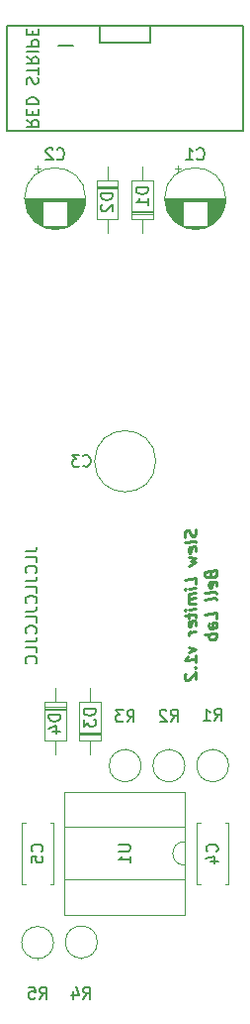
<source format=gbo>
G04 #@! TF.GenerationSoftware,KiCad,Pcbnew,(5.1.10)-1*
G04 #@! TF.CreationDate,2021-10-20T10:43:16-05:00*
G04 #@! TF.ProjectId,Slew Limiter Board,536c6577-204c-4696-9d69-74657220426f,1.2*
G04 #@! TF.SameCoordinates,Original*
G04 #@! TF.FileFunction,Legend,Bot*
G04 #@! TF.FilePolarity,Positive*
%FSLAX46Y46*%
G04 Gerber Fmt 4.6, Leading zero omitted, Abs format (unit mm)*
G04 Created by KiCad (PCBNEW (5.1.10)-1) date 2021-10-20 10:43:16*
%MOMM*%
%LPD*%
G01*
G04 APERTURE LIST*
%ADD10C,0.150000*%
%ADD11C,0.250000*%
%ADD12C,0.203200*%
%ADD13C,0.120000*%
%ADD14C,2.082800*%
%ADD15C,1.600000*%
%ADD16O,1.600000X1.600000*%
%ADD17C,3.100000*%
%ADD18C,2.130000*%
%ADD19R,1.930000X1.830000*%
%ADD20O,2.720000X3.240000*%
%ADD21C,1.800000*%
%ADD22R,1.800000X1.800000*%
%ADD23R,1.500000X1.500000*%
%ADD24O,1.500000X1.500000*%
%ADD25R,1.600000X1.600000*%
%ADD26O,1.600000X2.400000*%
%ADD27R,1.600000X2.400000*%
G04 APERTURE END LIST*
D10*
X-8547619Y4619047D02*
X-7833333Y4619047D01*
X-7690476Y4666666D01*
X-7595238Y4761904D01*
X-7547619Y4904761D01*
X-7547619Y5000000D01*
X-7547619Y3666666D02*
X-7547619Y4142857D01*
X-8547619Y4142857D01*
X-7642857Y2761904D02*
X-7595238Y2809523D01*
X-7547619Y2952380D01*
X-7547619Y3047619D01*
X-7595238Y3190476D01*
X-7690476Y3285714D01*
X-7785714Y3333333D01*
X-7976190Y3380952D01*
X-8119047Y3380952D01*
X-8309523Y3333333D01*
X-8404761Y3285714D01*
X-8500000Y3190476D01*
X-8547619Y3047619D01*
X-8547619Y2952380D01*
X-8500000Y2809523D01*
X-8452380Y2761904D01*
X-8547619Y2047619D02*
X-7833333Y2047619D01*
X-7690476Y2095238D01*
X-7595238Y2190476D01*
X-7547619Y2333333D01*
X-7547619Y2428571D01*
X-7547619Y1095238D02*
X-7547619Y1571428D01*
X-8547619Y1571428D01*
X-7642857Y190476D02*
X-7595238Y238095D01*
X-7547619Y380952D01*
X-7547619Y476190D01*
X-7595238Y619047D01*
X-7690476Y714285D01*
X-7785714Y761904D01*
X-7976190Y809523D01*
X-8119047Y809523D01*
X-8309523Y761904D01*
X-8404761Y714285D01*
X-8500000Y619047D01*
X-8547619Y476190D01*
X-8547619Y380952D01*
X-8500000Y238095D01*
X-8452380Y190476D01*
X-8547619Y-523809D02*
X-7833333Y-523809D01*
X-7690476Y-476190D01*
X-7595238Y-380952D01*
X-7547619Y-238095D01*
X-7547619Y-142857D01*
X-7547619Y-1476190D02*
X-7547619Y-1000000D01*
X-8547619Y-1000000D01*
X-7642857Y-2380952D02*
X-7595238Y-2333333D01*
X-7547619Y-2190476D01*
X-7547619Y-2095238D01*
X-7595238Y-1952380D01*
X-7690476Y-1857142D01*
X-7785714Y-1809523D01*
X-7976190Y-1761904D01*
X-8119047Y-1761904D01*
X-8309523Y-1809523D01*
X-8404761Y-1857142D01*
X-8500000Y-1952380D01*
X-8547619Y-2095238D01*
X-8547619Y-2190476D01*
X-8500000Y-2333333D01*
X-8452380Y-2380952D01*
X-8547619Y-3095238D02*
X-7833333Y-3095238D01*
X-7690476Y-3047619D01*
X-7595238Y-2952380D01*
X-7547619Y-2809523D01*
X-7547619Y-2714285D01*
X-7547619Y-4047619D02*
X-7547619Y-3571428D01*
X-8547619Y-3571428D01*
X-7642857Y-4952380D02*
X-7595238Y-4904761D01*
X-7547619Y-4761904D01*
X-7547619Y-4666666D01*
X-7595238Y-4523809D01*
X-7690476Y-4428571D01*
X-7785714Y-4380952D01*
X-7976190Y-4333333D01*
X-8119047Y-4333333D01*
X-8309523Y-4380952D01*
X-8404761Y-4428571D01*
X-8500000Y-4523809D01*
X-8547619Y-4666666D01*
X-8547619Y-4761904D01*
X-8500000Y-4904761D01*
X-8452380Y-4952380D01*
D11*
X6029761Y6506919D02*
X6077380Y6370014D01*
X6077380Y6131919D01*
X6029761Y6030729D01*
X5982142Y5977157D01*
X5886904Y5917633D01*
X5791666Y5905729D01*
X5696428Y5941443D01*
X5648809Y5983110D01*
X5601190Y6072395D01*
X5553571Y6256919D01*
X5505952Y6346205D01*
X5458333Y6387872D01*
X5363095Y6423586D01*
X5267857Y6411681D01*
X5172619Y6352157D01*
X5125000Y6298586D01*
X5077380Y6197395D01*
X5077380Y5959300D01*
X5125000Y5822395D01*
X6077380Y5370014D02*
X6029761Y5459300D01*
X5934523Y5495014D01*
X5077380Y5387872D01*
X6029761Y4602157D02*
X6077380Y4703348D01*
X6077380Y4893824D01*
X6029761Y4983110D01*
X5934523Y5018824D01*
X5553571Y4971205D01*
X5458333Y4911681D01*
X5410714Y4810491D01*
X5410714Y4620014D01*
X5458333Y4530729D01*
X5553571Y4495014D01*
X5648809Y4506919D01*
X5744047Y4995014D01*
X5410714Y4143824D02*
X6077380Y4036681D01*
X5601190Y3786681D01*
X6077380Y3655729D01*
X5410714Y3381919D01*
X6077380Y1846205D02*
X6077380Y2322395D01*
X5077380Y2197395D01*
X6077380Y1512872D02*
X5410714Y1429538D01*
X5077380Y1387872D02*
X5125000Y1441443D01*
X5172619Y1399776D01*
X5125000Y1346205D01*
X5077380Y1387872D01*
X5172619Y1399776D01*
X6077380Y1036681D02*
X5410714Y953348D01*
X5505952Y965252D02*
X5458333Y911681D01*
X5410714Y810491D01*
X5410714Y667633D01*
X5458333Y578348D01*
X5553571Y542633D01*
X6077380Y608110D01*
X5553571Y542633D02*
X5458333Y483110D01*
X5410714Y381919D01*
X5410714Y239062D01*
X5458333Y149776D01*
X5553571Y114062D01*
X6077380Y179538D01*
X6077380Y-296651D02*
X5410714Y-379985D01*
X5077380Y-421651D02*
X5125000Y-368080D01*
X5172619Y-409747D01*
X5125000Y-463318D01*
X5077380Y-421651D01*
X5172619Y-409747D01*
X5410714Y-713318D02*
X5410714Y-1094270D01*
X5077380Y-897842D02*
X5934523Y-790699D01*
X6029761Y-826413D01*
X6077380Y-915699D01*
X6077380Y-1010937D01*
X6029761Y-1731175D02*
X6077380Y-1629985D01*
X6077380Y-1439508D01*
X6029761Y-1350223D01*
X5934523Y-1314508D01*
X5553571Y-1362127D01*
X5458333Y-1421651D01*
X5410714Y-1522842D01*
X5410714Y-1713318D01*
X5458333Y-1802604D01*
X5553571Y-1838318D01*
X5648809Y-1826413D01*
X5744047Y-1338318D01*
X6077380Y-2201413D02*
X5410714Y-2284747D01*
X5601190Y-2260937D02*
X5505952Y-2320461D01*
X5458333Y-2374032D01*
X5410714Y-2475223D01*
X5410714Y-2570461D01*
X5410714Y-3570461D02*
X6077380Y-3725223D01*
X5410714Y-4046651D01*
X6077380Y-4868080D02*
X6077380Y-4296651D01*
X6077380Y-4582366D02*
X5077380Y-4707366D01*
X5220238Y-4594270D01*
X5315476Y-4487127D01*
X5363095Y-4385937D01*
X5982142Y-5308556D02*
X6029761Y-5350223D01*
X6077380Y-5296651D01*
X6029761Y-5254985D01*
X5982142Y-5308556D01*
X6077380Y-5296651D01*
X5172619Y-5838318D02*
X5125000Y-5891889D01*
X5077380Y-5993080D01*
X5077380Y-6231175D01*
X5125000Y-6320461D01*
X5172619Y-6362127D01*
X5267857Y-6397842D01*
X5363095Y-6385937D01*
X5505952Y-6320461D01*
X6077380Y-5677604D01*
X6077380Y-6296651D01*
X7303571Y2614062D02*
X7351190Y2477157D01*
X7398809Y2435491D01*
X7494047Y2399776D01*
X7636904Y2417633D01*
X7732142Y2477157D01*
X7779761Y2530729D01*
X7827380Y2631919D01*
X7827380Y3012872D01*
X6827380Y2887872D01*
X6827380Y2554538D01*
X6875000Y2465252D01*
X6922619Y2423586D01*
X7017857Y2387872D01*
X7113095Y2399776D01*
X7208333Y2459300D01*
X7255952Y2512872D01*
X7303571Y2614062D01*
X7303571Y2947395D01*
X7779761Y1625967D02*
X7827380Y1727157D01*
X7827380Y1917633D01*
X7779761Y2006919D01*
X7684523Y2042633D01*
X7303571Y1995014D01*
X7208333Y1935491D01*
X7160714Y1834300D01*
X7160714Y1643824D01*
X7208333Y1554538D01*
X7303571Y1518824D01*
X7398809Y1530729D01*
X7494047Y2018824D01*
X7827380Y1012872D02*
X7779761Y1102157D01*
X7684523Y1137872D01*
X6827380Y1030729D01*
X7827380Y489062D02*
X7779761Y578348D01*
X7684523Y614062D01*
X6827380Y506919D01*
X7827380Y-1129985D02*
X7827380Y-653794D01*
X6827380Y-778794D01*
X7827380Y-1891889D02*
X7303571Y-1957366D01*
X7208333Y-1921651D01*
X7160714Y-1832366D01*
X7160714Y-1641889D01*
X7208333Y-1540699D01*
X7779761Y-1897842D02*
X7827380Y-1796651D01*
X7827380Y-1558556D01*
X7779761Y-1469270D01*
X7684523Y-1433556D01*
X7589285Y-1445461D01*
X7494047Y-1504985D01*
X7446428Y-1606175D01*
X7446428Y-1844270D01*
X7398809Y-1945461D01*
X7827380Y-2368080D02*
X6827380Y-2493080D01*
X7208333Y-2445461D02*
X7160714Y-2546651D01*
X7160714Y-2737127D01*
X7208333Y-2826413D01*
X7255952Y-2868080D01*
X7351190Y-2903794D01*
X7636904Y-2868080D01*
X7732142Y-2808556D01*
X7779761Y-2754985D01*
X7827380Y-2653794D01*
X7827380Y-2463318D01*
X7779761Y-2374032D01*
D12*
X-5725000Y47838780D02*
X-4455000Y47838780D01*
X2189640Y48026740D02*
X2189640Y49525340D01*
X-2209640Y48026740D02*
X2189640Y48026740D01*
X-2209640Y49525340D02*
X-2209640Y48026740D01*
X10089040Y40528660D02*
X10089040Y49525340D01*
X-10109040Y49525340D02*
X-10109040Y40627720D01*
X-2209640Y49525340D02*
X-10109040Y49525340D01*
X2189640Y49525340D02*
X-2209640Y49525340D01*
X10089040Y49525340D02*
X2189640Y49525340D01*
X-10109040Y40528660D02*
X10089040Y40528660D01*
X-5725000Y47800680D02*
X-4455000Y47800680D01*
D13*
X2620000Y12300000D02*
G75*
G03*
X2620000Y12300000I-2620000J0D01*
G01*
X8870000Y-13700000D02*
G75*
G03*
X8870000Y-13700000I-1370000J0D01*
G01*
X7500000Y-12330000D02*
X7500000Y-12260000D01*
X1370000Y-13700000D02*
G75*
G03*
X1370000Y-13700000I-1370000J0D01*
G01*
X0Y-12330000D02*
X0Y-12260000D01*
X5120000Y-13700000D02*
G75*
G03*
X5120000Y-13700000I-1370000J0D01*
G01*
X3750000Y-12330000D02*
X3750000Y-12260000D01*
X-2380000Y-28760000D02*
G75*
G03*
X-2380000Y-28760000I-1370000J0D01*
G01*
X-3750000Y-30130000D02*
X-3750000Y-30200000D01*
X-6130000Y-28800000D02*
G75*
G03*
X-6130000Y-28800000I-1370000J0D01*
G01*
X-7500000Y-30170000D02*
X-7500000Y-30240000D01*
X6130000Y-18580000D02*
X6130000Y-23820000D01*
X8870000Y-18580000D02*
X8870000Y-23820000D01*
X6130000Y-18580000D02*
X6445000Y-18580000D01*
X8555000Y-18580000D02*
X8870000Y-18580000D01*
X6130000Y-23820000D02*
X6445000Y-23820000D01*
X8555000Y-23820000D02*
X8870000Y-23820000D01*
X-6130000Y-23820000D02*
X-6130000Y-18580000D01*
X-8870000Y-23820000D02*
X-8870000Y-18580000D01*
X-6130000Y-23820000D02*
X-6445000Y-23820000D01*
X-8555000Y-23820000D02*
X-8870000Y-23820000D01*
X-6130000Y-18580000D02*
X-6445000Y-18580000D01*
X-8555000Y-18580000D02*
X-8870000Y-18580000D01*
X2420000Y33451000D02*
X580000Y33451000D01*
X2420000Y33691000D02*
X580000Y33691000D01*
X2420000Y33571000D02*
X580000Y33571000D01*
X1500000Y37455000D02*
X1500000Y36275000D01*
X1500000Y31815000D02*
X1500000Y32995000D01*
X2420000Y36275000D02*
X2420000Y32995000D01*
X580000Y36275000D02*
X2420000Y36275000D01*
X580000Y32995000D02*
X580000Y36275000D01*
X2420000Y32995000D02*
X580000Y32995000D01*
X-2445000Y35819000D02*
X-605000Y35819000D01*
X-2445000Y35579000D02*
X-605000Y35579000D01*
X-2445000Y35699000D02*
X-605000Y35699000D01*
X-1525000Y31815000D02*
X-1525000Y32995000D01*
X-1525000Y37455000D02*
X-1525000Y36275000D01*
X-2445000Y32995000D02*
X-2445000Y36275000D01*
X-605000Y32995000D02*
X-2445000Y32995000D01*
X-605000Y36275000D02*
X-605000Y32995000D01*
X-2445000Y36275000D02*
X-605000Y36275000D01*
X-6920000Y-8250000D02*
X-5080000Y-8250000D01*
X-5080000Y-8250000D02*
X-5080000Y-11530000D01*
X-5080000Y-11530000D02*
X-6920000Y-11530000D01*
X-6920000Y-11530000D02*
X-6920000Y-8250000D01*
X-6000000Y-7070000D02*
X-6000000Y-8250000D01*
X-6000000Y-12710000D02*
X-6000000Y-11530000D01*
X-6920000Y-8826000D02*
X-5080000Y-8826000D01*
X-6920000Y-8946000D02*
X-5080000Y-8946000D01*
X-6920000Y-8706000D02*
X-5080000Y-8706000D01*
X-2080000Y-11530000D02*
X-3920000Y-11530000D01*
X-3920000Y-11530000D02*
X-3920000Y-8250000D01*
X-3920000Y-8250000D02*
X-2080000Y-8250000D01*
X-2080000Y-8250000D02*
X-2080000Y-11530000D01*
X-3000000Y-12710000D02*
X-3000000Y-11530000D01*
X-3000000Y-7070000D02*
X-3000000Y-8250000D01*
X-2080000Y-10954000D02*
X-3920000Y-10954000D01*
X-2080000Y-10834000D02*
X-3920000Y-10834000D01*
X-2080000Y-11074000D02*
X-3920000Y-11074000D01*
X4275000Y37304775D02*
X4775000Y37304775D01*
X4525000Y37554775D02*
X4525000Y37054775D01*
X5716000Y32149000D02*
X6284000Y32149000D01*
X5482000Y32189000D02*
X6518000Y32189000D01*
X5323000Y32229000D02*
X6677000Y32229000D01*
X5195000Y32269000D02*
X6805000Y32269000D01*
X5085000Y32309000D02*
X6915000Y32309000D01*
X4989000Y32349000D02*
X7011000Y32349000D01*
X4902000Y32389000D02*
X7098000Y32389000D01*
X4822000Y32429000D02*
X7178000Y32429000D01*
X7040000Y32469000D02*
X7251000Y32469000D01*
X4749000Y32469000D02*
X4960000Y32469000D01*
X7040000Y32509000D02*
X7319000Y32509000D01*
X4681000Y32509000D02*
X4960000Y32509000D01*
X7040000Y32549000D02*
X7383000Y32549000D01*
X4617000Y32549000D02*
X4960000Y32549000D01*
X7040000Y32589000D02*
X7443000Y32589000D01*
X4557000Y32589000D02*
X4960000Y32589000D01*
X7040000Y32629000D02*
X7500000Y32629000D01*
X4500000Y32629000D02*
X4960000Y32629000D01*
X7040000Y32669000D02*
X7554000Y32669000D01*
X4446000Y32669000D02*
X4960000Y32669000D01*
X7040000Y32709000D02*
X7605000Y32709000D01*
X4395000Y32709000D02*
X4960000Y32709000D01*
X7040000Y32749000D02*
X7653000Y32749000D01*
X4347000Y32749000D02*
X4960000Y32749000D01*
X7040000Y32789000D02*
X7699000Y32789000D01*
X4301000Y32789000D02*
X4960000Y32789000D01*
X7040000Y32829000D02*
X7743000Y32829000D01*
X4257000Y32829000D02*
X4960000Y32829000D01*
X7040000Y32869000D02*
X7785000Y32869000D01*
X4215000Y32869000D02*
X4960000Y32869000D01*
X7040000Y32909000D02*
X7826000Y32909000D01*
X4174000Y32909000D02*
X4960000Y32909000D01*
X7040000Y32949000D02*
X7864000Y32949000D01*
X4136000Y32949000D02*
X4960000Y32949000D01*
X7040000Y32989000D02*
X7901000Y32989000D01*
X4099000Y32989000D02*
X4960000Y32989000D01*
X7040000Y33029000D02*
X7937000Y33029000D01*
X4063000Y33029000D02*
X4960000Y33029000D01*
X7040000Y33069000D02*
X7971000Y33069000D01*
X4029000Y33069000D02*
X4960000Y33069000D01*
X7040000Y33109000D02*
X8004000Y33109000D01*
X3996000Y33109000D02*
X4960000Y33109000D01*
X7040000Y33149000D02*
X8035000Y33149000D01*
X3965000Y33149000D02*
X4960000Y33149000D01*
X7040000Y33189000D02*
X8065000Y33189000D01*
X3935000Y33189000D02*
X4960000Y33189000D01*
X7040000Y33229000D02*
X8095000Y33229000D01*
X3905000Y33229000D02*
X4960000Y33229000D01*
X7040000Y33269000D02*
X8122000Y33269000D01*
X3878000Y33269000D02*
X4960000Y33269000D01*
X7040000Y33309000D02*
X8149000Y33309000D01*
X3851000Y33309000D02*
X4960000Y33309000D01*
X7040000Y33349000D02*
X8175000Y33349000D01*
X3825000Y33349000D02*
X4960000Y33349000D01*
X7040000Y33389000D02*
X8200000Y33389000D01*
X3800000Y33389000D02*
X4960000Y33389000D01*
X7040000Y33429000D02*
X8224000Y33429000D01*
X3776000Y33429000D02*
X4960000Y33429000D01*
X7040000Y33469000D02*
X8247000Y33469000D01*
X3753000Y33469000D02*
X4960000Y33469000D01*
X7040000Y33509000D02*
X8268000Y33509000D01*
X3732000Y33509000D02*
X4960000Y33509000D01*
X7040000Y33549000D02*
X8290000Y33549000D01*
X3710000Y33549000D02*
X4960000Y33549000D01*
X7040000Y33589000D02*
X8310000Y33589000D01*
X3690000Y33589000D02*
X4960000Y33589000D01*
X7040000Y33629000D02*
X8329000Y33629000D01*
X3671000Y33629000D02*
X4960000Y33629000D01*
X7040000Y33669000D02*
X8348000Y33669000D01*
X3652000Y33669000D02*
X4960000Y33669000D01*
X7040000Y33709000D02*
X8365000Y33709000D01*
X3635000Y33709000D02*
X4960000Y33709000D01*
X7040000Y33749000D02*
X8382000Y33749000D01*
X3618000Y33749000D02*
X4960000Y33749000D01*
X7040000Y33789000D02*
X8398000Y33789000D01*
X3602000Y33789000D02*
X4960000Y33789000D01*
X7040000Y33829000D02*
X8414000Y33829000D01*
X3586000Y33829000D02*
X4960000Y33829000D01*
X7040000Y33869000D02*
X8428000Y33869000D01*
X3572000Y33869000D02*
X4960000Y33869000D01*
X7040000Y33909000D02*
X8442000Y33909000D01*
X3558000Y33909000D02*
X4960000Y33909000D01*
X7040000Y33949000D02*
X8455000Y33949000D01*
X3545000Y33949000D02*
X4960000Y33949000D01*
X7040000Y33989000D02*
X8468000Y33989000D01*
X3532000Y33989000D02*
X4960000Y33989000D01*
X7040000Y34029000D02*
X8480000Y34029000D01*
X3520000Y34029000D02*
X4960000Y34029000D01*
X7040000Y34070000D02*
X8491000Y34070000D01*
X3509000Y34070000D02*
X4960000Y34070000D01*
X7040000Y34110000D02*
X8501000Y34110000D01*
X3499000Y34110000D02*
X4960000Y34110000D01*
X7040000Y34150000D02*
X8511000Y34150000D01*
X3489000Y34150000D02*
X4960000Y34150000D01*
X7040000Y34190000D02*
X8520000Y34190000D01*
X3480000Y34190000D02*
X4960000Y34190000D01*
X7040000Y34230000D02*
X8528000Y34230000D01*
X3472000Y34230000D02*
X4960000Y34230000D01*
X7040000Y34270000D02*
X8536000Y34270000D01*
X3464000Y34270000D02*
X4960000Y34270000D01*
X7040000Y34310000D02*
X8543000Y34310000D01*
X3457000Y34310000D02*
X4960000Y34310000D01*
X7040000Y34350000D02*
X8550000Y34350000D01*
X3450000Y34350000D02*
X4960000Y34350000D01*
X7040000Y34390000D02*
X8556000Y34390000D01*
X3444000Y34390000D02*
X4960000Y34390000D01*
X7040000Y34430000D02*
X8561000Y34430000D01*
X3439000Y34430000D02*
X4960000Y34430000D01*
X7040000Y34470000D02*
X8565000Y34470000D01*
X3435000Y34470000D02*
X4960000Y34470000D01*
X7040000Y34510000D02*
X8569000Y34510000D01*
X3431000Y34510000D02*
X4960000Y34510000D01*
X3427000Y34550000D02*
X8573000Y34550000D01*
X3424000Y34590000D02*
X8576000Y34590000D01*
X3422000Y34630000D02*
X8578000Y34630000D01*
X3421000Y34670000D02*
X8579000Y34670000D01*
X3420000Y34710000D02*
X8580000Y34710000D01*
X3420000Y34750000D02*
X8580000Y34750000D01*
X8620000Y34750000D02*
G75*
G03*
X8620000Y34750000I-2620000J0D01*
G01*
X-7725000Y37304775D02*
X-7225000Y37304775D01*
X-7475000Y37554775D02*
X-7475000Y37054775D01*
X-6284000Y32149000D02*
X-5716000Y32149000D01*
X-6518000Y32189000D02*
X-5482000Y32189000D01*
X-6677000Y32229000D02*
X-5323000Y32229000D01*
X-6805000Y32269000D02*
X-5195000Y32269000D01*
X-6915000Y32309000D02*
X-5085000Y32309000D01*
X-7011000Y32349000D02*
X-4989000Y32349000D01*
X-7098000Y32389000D02*
X-4902000Y32389000D01*
X-7178000Y32429000D02*
X-4822000Y32429000D01*
X-4960000Y32469000D02*
X-4749000Y32469000D01*
X-7251000Y32469000D02*
X-7040000Y32469000D01*
X-4960000Y32509000D02*
X-4681000Y32509000D01*
X-7319000Y32509000D02*
X-7040000Y32509000D01*
X-4960000Y32549000D02*
X-4617000Y32549000D01*
X-7383000Y32549000D02*
X-7040000Y32549000D01*
X-4960000Y32589000D02*
X-4557000Y32589000D01*
X-7443000Y32589000D02*
X-7040000Y32589000D01*
X-4960000Y32629000D02*
X-4500000Y32629000D01*
X-7500000Y32629000D02*
X-7040000Y32629000D01*
X-4960000Y32669000D02*
X-4446000Y32669000D01*
X-7554000Y32669000D02*
X-7040000Y32669000D01*
X-4960000Y32709000D02*
X-4395000Y32709000D01*
X-7605000Y32709000D02*
X-7040000Y32709000D01*
X-4960000Y32749000D02*
X-4347000Y32749000D01*
X-7653000Y32749000D02*
X-7040000Y32749000D01*
X-4960000Y32789000D02*
X-4301000Y32789000D01*
X-7699000Y32789000D02*
X-7040000Y32789000D01*
X-4960000Y32829000D02*
X-4257000Y32829000D01*
X-7743000Y32829000D02*
X-7040000Y32829000D01*
X-4960000Y32869000D02*
X-4215000Y32869000D01*
X-7785000Y32869000D02*
X-7040000Y32869000D01*
X-4960000Y32909000D02*
X-4174000Y32909000D01*
X-7826000Y32909000D02*
X-7040000Y32909000D01*
X-4960000Y32949000D02*
X-4136000Y32949000D01*
X-7864000Y32949000D02*
X-7040000Y32949000D01*
X-4960000Y32989000D02*
X-4099000Y32989000D01*
X-7901000Y32989000D02*
X-7040000Y32989000D01*
X-4960000Y33029000D02*
X-4063000Y33029000D01*
X-7937000Y33029000D02*
X-7040000Y33029000D01*
X-4960000Y33069000D02*
X-4029000Y33069000D01*
X-7971000Y33069000D02*
X-7040000Y33069000D01*
X-4960000Y33109000D02*
X-3996000Y33109000D01*
X-8004000Y33109000D02*
X-7040000Y33109000D01*
X-4960000Y33149000D02*
X-3965000Y33149000D01*
X-8035000Y33149000D02*
X-7040000Y33149000D01*
X-4960000Y33189000D02*
X-3935000Y33189000D01*
X-8065000Y33189000D02*
X-7040000Y33189000D01*
X-4960000Y33229000D02*
X-3905000Y33229000D01*
X-8095000Y33229000D02*
X-7040000Y33229000D01*
X-4960000Y33269000D02*
X-3878000Y33269000D01*
X-8122000Y33269000D02*
X-7040000Y33269000D01*
X-4960000Y33309000D02*
X-3851000Y33309000D01*
X-8149000Y33309000D02*
X-7040000Y33309000D01*
X-4960000Y33349000D02*
X-3825000Y33349000D01*
X-8175000Y33349000D02*
X-7040000Y33349000D01*
X-4960000Y33389000D02*
X-3800000Y33389000D01*
X-8200000Y33389000D02*
X-7040000Y33389000D01*
X-4960000Y33429000D02*
X-3776000Y33429000D01*
X-8224000Y33429000D02*
X-7040000Y33429000D01*
X-4960000Y33469000D02*
X-3753000Y33469000D01*
X-8247000Y33469000D02*
X-7040000Y33469000D01*
X-4960000Y33509000D02*
X-3732000Y33509000D01*
X-8268000Y33509000D02*
X-7040000Y33509000D01*
X-4960000Y33549000D02*
X-3710000Y33549000D01*
X-8290000Y33549000D02*
X-7040000Y33549000D01*
X-4960000Y33589000D02*
X-3690000Y33589000D01*
X-8310000Y33589000D02*
X-7040000Y33589000D01*
X-4960000Y33629000D02*
X-3671000Y33629000D01*
X-8329000Y33629000D02*
X-7040000Y33629000D01*
X-4960000Y33669000D02*
X-3652000Y33669000D01*
X-8348000Y33669000D02*
X-7040000Y33669000D01*
X-4960000Y33709000D02*
X-3635000Y33709000D01*
X-8365000Y33709000D02*
X-7040000Y33709000D01*
X-4960000Y33749000D02*
X-3618000Y33749000D01*
X-8382000Y33749000D02*
X-7040000Y33749000D01*
X-4960000Y33789000D02*
X-3602000Y33789000D01*
X-8398000Y33789000D02*
X-7040000Y33789000D01*
X-4960000Y33829000D02*
X-3586000Y33829000D01*
X-8414000Y33829000D02*
X-7040000Y33829000D01*
X-4960000Y33869000D02*
X-3572000Y33869000D01*
X-8428000Y33869000D02*
X-7040000Y33869000D01*
X-4960000Y33909000D02*
X-3558000Y33909000D01*
X-8442000Y33909000D02*
X-7040000Y33909000D01*
X-4960000Y33949000D02*
X-3545000Y33949000D01*
X-8455000Y33949000D02*
X-7040000Y33949000D01*
X-4960000Y33989000D02*
X-3532000Y33989000D01*
X-8468000Y33989000D02*
X-7040000Y33989000D01*
X-4960000Y34029000D02*
X-3520000Y34029000D01*
X-8480000Y34029000D02*
X-7040000Y34029000D01*
X-4960000Y34070000D02*
X-3509000Y34070000D01*
X-8491000Y34070000D02*
X-7040000Y34070000D01*
X-4960000Y34110000D02*
X-3499000Y34110000D01*
X-8501000Y34110000D02*
X-7040000Y34110000D01*
X-4960000Y34150000D02*
X-3489000Y34150000D01*
X-8511000Y34150000D02*
X-7040000Y34150000D01*
X-4960000Y34190000D02*
X-3480000Y34190000D01*
X-8520000Y34190000D02*
X-7040000Y34190000D01*
X-4960000Y34230000D02*
X-3472000Y34230000D01*
X-8528000Y34230000D02*
X-7040000Y34230000D01*
X-4960000Y34270000D02*
X-3464000Y34270000D01*
X-8536000Y34270000D02*
X-7040000Y34270000D01*
X-4960000Y34310000D02*
X-3457000Y34310000D01*
X-8543000Y34310000D02*
X-7040000Y34310000D01*
X-4960000Y34350000D02*
X-3450000Y34350000D01*
X-8550000Y34350000D02*
X-7040000Y34350000D01*
X-4960000Y34390000D02*
X-3444000Y34390000D01*
X-8556000Y34390000D02*
X-7040000Y34390000D01*
X-4960000Y34430000D02*
X-3439000Y34430000D01*
X-8561000Y34430000D02*
X-7040000Y34430000D01*
X-4960000Y34470000D02*
X-3435000Y34470000D01*
X-8565000Y34470000D02*
X-7040000Y34470000D01*
X-4960000Y34510000D02*
X-3431000Y34510000D01*
X-8569000Y34510000D02*
X-7040000Y34510000D01*
X-8573000Y34550000D02*
X-3427000Y34550000D01*
X-8576000Y34590000D02*
X-3424000Y34590000D01*
X-8578000Y34630000D02*
X-3422000Y34630000D01*
X-8579000Y34670000D02*
X-3421000Y34670000D01*
X-8580000Y34710000D02*
X-3420000Y34710000D01*
X-8580000Y34750000D02*
X-3420000Y34750000D01*
X-3380000Y34750000D02*
G75*
G03*
X-3380000Y34750000I-2620000J0D01*
G01*
X5140000Y-15940000D02*
X5140000Y-26440000D01*
X-5260000Y-15940000D02*
X5140000Y-15940000D01*
X-5260000Y-26440000D02*
X-5260000Y-15940000D01*
X5140000Y-26440000D02*
X-5260000Y-26440000D01*
X5080000Y-18940000D02*
X5080000Y-20190000D01*
X-5200000Y-18940000D02*
X5080000Y-18940000D01*
X-5200000Y-23440000D02*
X-5200000Y-18940000D01*
X5080000Y-23440000D02*
X-5200000Y-23440000D01*
X5080000Y-22190000D02*
X5080000Y-23440000D01*
X5080000Y-20190000D02*
G75*
G03*
X5080000Y-22190000I0J-1000000D01*
G01*
D10*
X-8452380Y41465571D02*
X-7976190Y41132238D01*
X-8452380Y40894142D02*
X-7452380Y40894142D01*
X-7452380Y41275095D01*
X-7500000Y41370333D01*
X-7547619Y41417952D01*
X-7642857Y41465571D01*
X-7785714Y41465571D01*
X-7880952Y41417952D01*
X-7928571Y41370333D01*
X-7976190Y41275095D01*
X-7976190Y40894142D01*
X-7928571Y41894142D02*
X-7928571Y42227476D01*
X-8452380Y42370333D02*
X-8452380Y41894142D01*
X-7452380Y41894142D01*
X-7452380Y42370333D01*
X-8452380Y42798904D02*
X-7452380Y42798904D01*
X-7452380Y43037000D01*
X-7500000Y43179857D01*
X-7595238Y43275095D01*
X-7690476Y43322714D01*
X-7880952Y43370333D01*
X-8023809Y43370333D01*
X-8214285Y43322714D01*
X-8309523Y43275095D01*
X-8404761Y43179857D01*
X-8452380Y43037000D01*
X-8452380Y42798904D01*
X-8404761Y44513190D02*
X-8452380Y44656047D01*
X-8452380Y44894142D01*
X-8404761Y44989380D01*
X-8357142Y45037000D01*
X-8261904Y45084619D01*
X-8166666Y45084619D01*
X-8071428Y45037000D01*
X-8023809Y44989380D01*
X-7976190Y44894142D01*
X-7928571Y44703666D01*
X-7880952Y44608428D01*
X-7833333Y44560809D01*
X-7738095Y44513190D01*
X-7642857Y44513190D01*
X-7547619Y44560809D01*
X-7500000Y44608428D01*
X-7452380Y44703666D01*
X-7452380Y44941761D01*
X-7500000Y45084619D01*
X-7452380Y45370333D02*
X-7452380Y45941761D01*
X-8452380Y45656047D02*
X-7452380Y45656047D01*
X-8452380Y46846523D02*
X-7976190Y46513190D01*
X-8452380Y46275095D02*
X-7452380Y46275095D01*
X-7452380Y46656047D01*
X-7500000Y46751285D01*
X-7547619Y46798904D01*
X-7642857Y46846523D01*
X-7785714Y46846523D01*
X-7880952Y46798904D01*
X-7928571Y46751285D01*
X-7976190Y46656047D01*
X-7976190Y46275095D01*
X-8452380Y47275095D02*
X-7452380Y47275095D01*
X-8452380Y47751285D02*
X-7452380Y47751285D01*
X-7452380Y48132238D01*
X-7500000Y48227476D01*
X-7547619Y48275095D01*
X-7642857Y48322714D01*
X-7785714Y48322714D01*
X-7880952Y48275095D01*
X-7928571Y48227476D01*
X-7976190Y48132238D01*
X-7976190Y47751285D01*
X-7928571Y48751285D02*
X-7928571Y49084619D01*
X-8452380Y49227476D02*
X-8452380Y48751285D01*
X-7452380Y48751285D01*
X-7452380Y49227476D01*
X-3583333Y11942857D02*
X-3535714Y11895238D01*
X-3392857Y11847619D01*
X-3297619Y11847619D01*
X-3154761Y11895238D01*
X-3059523Y11990476D01*
X-3011904Y12085714D01*
X-2964285Y12276190D01*
X-2964285Y12419047D01*
X-3011904Y12609523D01*
X-3059523Y12704761D01*
X-3154761Y12800000D01*
X-3297619Y12847619D01*
X-3392857Y12847619D01*
X-3535714Y12800000D01*
X-3583333Y12752380D01*
X-3916666Y12847619D02*
X-4535714Y12847619D01*
X-4202380Y12466666D01*
X-4345238Y12466666D01*
X-4440476Y12419047D01*
X-4488095Y12371428D01*
X-4535714Y12276190D01*
X-4535714Y12038095D01*
X-4488095Y11942857D01*
X-4440476Y11895238D01*
X-4345238Y11847619D01*
X-4059523Y11847619D01*
X-3964285Y11895238D01*
X-3916666Y11942857D01*
X7666666Y-9852380D02*
X8000000Y-9376190D01*
X8238095Y-9852380D02*
X8238095Y-8852380D01*
X7857142Y-8852380D01*
X7761904Y-8900000D01*
X7714285Y-8947619D01*
X7666666Y-9042857D01*
X7666666Y-9185714D01*
X7714285Y-9280952D01*
X7761904Y-9328571D01*
X7857142Y-9376190D01*
X8238095Y-9376190D01*
X6714285Y-9852380D02*
X7285714Y-9852380D01*
X7000000Y-9852380D02*
X7000000Y-8852380D01*
X7095238Y-8995238D01*
X7190476Y-9090476D01*
X7285714Y-9138095D01*
X166666Y-9952380D02*
X500000Y-9476190D01*
X738095Y-9952380D02*
X738095Y-8952380D01*
X357142Y-8952380D01*
X261904Y-9000000D01*
X214285Y-9047619D01*
X166666Y-9142857D01*
X166666Y-9285714D01*
X214285Y-9380952D01*
X261904Y-9428571D01*
X357142Y-9476190D01*
X738095Y-9476190D01*
X-166666Y-8952380D02*
X-785714Y-8952380D01*
X-452380Y-9333333D01*
X-595238Y-9333333D01*
X-690476Y-9380952D01*
X-738095Y-9428571D01*
X-785714Y-9523809D01*
X-785714Y-9761904D01*
X-738095Y-9857142D01*
X-690476Y-9904761D01*
X-595238Y-9952380D01*
X-309523Y-9952380D01*
X-214285Y-9904761D01*
X-166666Y-9857142D01*
X3916666Y-9902380D02*
X4250000Y-9426190D01*
X4488095Y-9902380D02*
X4488095Y-8902380D01*
X4107142Y-8902380D01*
X4011904Y-8950000D01*
X3964285Y-8997619D01*
X3916666Y-9092857D01*
X3916666Y-9235714D01*
X3964285Y-9330952D01*
X4011904Y-9378571D01*
X4107142Y-9426190D01*
X4488095Y-9426190D01*
X3535714Y-8997619D02*
X3488095Y-8950000D01*
X3392857Y-8902380D01*
X3154761Y-8902380D01*
X3059523Y-8950000D01*
X3011904Y-8997619D01*
X2964285Y-9092857D01*
X2964285Y-9188095D01*
X3011904Y-9330952D01*
X3583333Y-9902380D01*
X2964285Y-9902380D01*
X-3583333Y-33602380D02*
X-3249999Y-33126190D01*
X-3011904Y-33602380D02*
X-3011904Y-32602380D01*
X-3392857Y-32602380D01*
X-3488095Y-32650000D01*
X-3535714Y-32697619D01*
X-3583333Y-32792857D01*
X-3583333Y-32935714D01*
X-3535714Y-33030952D01*
X-3488095Y-33078571D01*
X-3392857Y-33126190D01*
X-3011904Y-33126190D01*
X-4440476Y-32935714D02*
X-4440476Y-33602380D01*
X-4202380Y-32554761D02*
X-3964285Y-33269047D01*
X-4583333Y-33269047D01*
X-7333333Y-33602380D02*
X-7000000Y-33126190D01*
X-6761904Y-33602380D02*
X-6761904Y-32602380D01*
X-7142857Y-32602380D01*
X-7238095Y-32650000D01*
X-7285714Y-32697619D01*
X-7333333Y-32792857D01*
X-7333333Y-32935714D01*
X-7285714Y-33030952D01*
X-7238095Y-33078571D01*
X-7142857Y-33126190D01*
X-6761904Y-33126190D01*
X-8238095Y-32602380D02*
X-7761904Y-32602380D01*
X-7714285Y-33078571D01*
X-7761904Y-33030952D01*
X-7857142Y-32983333D01*
X-8095238Y-32983333D01*
X-8190476Y-33030952D01*
X-8238095Y-33078571D01*
X-8285714Y-33173809D01*
X-8285714Y-33411904D01*
X-8238095Y-33507142D01*
X-8190476Y-33554761D01*
X-8095238Y-33602380D01*
X-7857142Y-33602380D01*
X-7761904Y-33554761D01*
X-7714285Y-33507142D01*
X7857142Y-21033333D02*
X7904761Y-20985714D01*
X7952380Y-20842857D01*
X7952380Y-20747619D01*
X7904761Y-20604761D01*
X7809523Y-20509523D01*
X7714285Y-20461904D01*
X7523809Y-20414285D01*
X7380952Y-20414285D01*
X7190476Y-20461904D01*
X7095238Y-20509523D01*
X7000000Y-20604761D01*
X6952380Y-20747619D01*
X6952380Y-20842857D01*
X7000000Y-20985714D01*
X7047619Y-21033333D01*
X7285714Y-21890476D02*
X7952380Y-21890476D01*
X6904761Y-21652380D02*
X7619047Y-21414285D01*
X7619047Y-22033333D01*
X-7142857Y-21033333D02*
X-7095238Y-20985714D01*
X-7047619Y-20842857D01*
X-7047619Y-20747619D01*
X-7095238Y-20604761D01*
X-7190476Y-20509523D01*
X-7285714Y-20461904D01*
X-7476190Y-20414285D01*
X-7619047Y-20414285D01*
X-7809523Y-20461904D01*
X-7904761Y-20509523D01*
X-8000000Y-20604761D01*
X-8047619Y-20747619D01*
X-8047619Y-20842857D01*
X-8000000Y-20985714D01*
X-7952380Y-21033333D01*
X-8047619Y-21938095D02*
X-8047619Y-21461904D01*
X-7571428Y-21414285D01*
X-7619047Y-21461904D01*
X-7666666Y-21557142D01*
X-7666666Y-21795238D01*
X-7619047Y-21890476D01*
X-7571428Y-21938095D01*
X-7476190Y-21985714D01*
X-7238095Y-21985714D01*
X-7142857Y-21938095D01*
X-7095238Y-21890476D01*
X-7047619Y-21795238D01*
X-7047619Y-21557142D01*
X-7095238Y-21461904D01*
X-7142857Y-21414285D01*
X1952380Y35683095D02*
X952380Y35683095D01*
X952380Y35445000D01*
X1000000Y35302142D01*
X1095238Y35206904D01*
X1190476Y35159285D01*
X1380952Y35111666D01*
X1523809Y35111666D01*
X1714285Y35159285D01*
X1809523Y35206904D01*
X1904761Y35302142D01*
X1952380Y35445000D01*
X1952380Y35683095D01*
X1952380Y34159285D02*
X1952380Y34730714D01*
X1952380Y34445000D02*
X952380Y34445000D01*
X1095238Y34540238D01*
X1190476Y34635476D01*
X1238095Y34730714D01*
X-1072619Y35183095D02*
X-2072619Y35183095D01*
X-2072619Y34945000D01*
X-2025000Y34802142D01*
X-1929761Y34706904D01*
X-1834523Y34659285D01*
X-1644047Y34611666D01*
X-1501190Y34611666D01*
X-1310714Y34659285D01*
X-1215476Y34706904D01*
X-1120238Y34802142D01*
X-1072619Y34945000D01*
X-1072619Y35183095D01*
X-1977380Y34230714D02*
X-2025000Y34183095D01*
X-2072619Y34087857D01*
X-2072619Y33849761D01*
X-2025000Y33754523D01*
X-1977380Y33706904D01*
X-1882142Y33659285D01*
X-1786904Y33659285D01*
X-1644047Y33706904D01*
X-1072619Y34278333D01*
X-1072619Y33659285D01*
X-5547619Y-9341904D02*
X-6547619Y-9341904D01*
X-6547619Y-9580000D01*
X-6500000Y-9722857D01*
X-6404761Y-9818095D01*
X-6309523Y-9865714D01*
X-6119047Y-9913333D01*
X-5976190Y-9913333D01*
X-5785714Y-9865714D01*
X-5690476Y-9818095D01*
X-5595238Y-9722857D01*
X-5547619Y-9580000D01*
X-5547619Y-9341904D01*
X-6214285Y-10770476D02*
X-5547619Y-10770476D01*
X-6595238Y-10532380D02*
X-5880952Y-10294285D01*
X-5880952Y-10913333D01*
X-2547619Y-8841904D02*
X-3547619Y-8841904D01*
X-3547619Y-9080000D01*
X-3500000Y-9222857D01*
X-3404761Y-9318095D01*
X-3309523Y-9365714D01*
X-3119047Y-9413333D01*
X-2976190Y-9413333D01*
X-2785714Y-9365714D01*
X-2690476Y-9318095D01*
X-2595238Y-9222857D01*
X-2547619Y-9080000D01*
X-2547619Y-8841904D01*
X-3547619Y-9746666D02*
X-3547619Y-10365714D01*
X-3166666Y-10032380D01*
X-3166666Y-10175238D01*
X-3119047Y-10270476D01*
X-3071428Y-10318095D01*
X-2976190Y-10365714D01*
X-2738095Y-10365714D01*
X-2642857Y-10318095D01*
X-2595238Y-10270476D01*
X-2547619Y-10175238D01*
X-2547619Y-9889523D01*
X-2595238Y-9794285D01*
X-2642857Y-9746666D01*
X6166666Y38142857D02*
X6214285Y38095238D01*
X6357142Y38047619D01*
X6452380Y38047619D01*
X6595238Y38095238D01*
X6690476Y38190476D01*
X6738095Y38285714D01*
X6785714Y38476190D01*
X6785714Y38619047D01*
X6738095Y38809523D01*
X6690476Y38904761D01*
X6595238Y39000000D01*
X6452380Y39047619D01*
X6357142Y39047619D01*
X6214285Y39000000D01*
X6166666Y38952380D01*
X5214285Y38047619D02*
X5785714Y38047619D01*
X5500000Y38047619D02*
X5500000Y39047619D01*
X5595238Y38904761D01*
X5690476Y38809523D01*
X5785714Y38761904D01*
X-5833333Y38142857D02*
X-5785714Y38095238D01*
X-5642857Y38047619D01*
X-5547619Y38047619D01*
X-5404761Y38095238D01*
X-5309523Y38190476D01*
X-5261904Y38285714D01*
X-5214285Y38476190D01*
X-5214285Y38619047D01*
X-5261904Y38809523D01*
X-5309523Y38904761D01*
X-5404761Y39000000D01*
X-5547619Y39047619D01*
X-5642857Y39047619D01*
X-5785714Y39000000D01*
X-5833333Y38952380D01*
X-6214285Y38952380D02*
X-6261904Y39000000D01*
X-6357142Y39047619D01*
X-6595238Y39047619D01*
X-6690476Y39000000D01*
X-6738095Y38952380D01*
X-6785714Y38857142D01*
X-6785714Y38761904D01*
X-6738095Y38619047D01*
X-6166666Y38047619D01*
X-6785714Y38047619D01*
X-547619Y-20428095D02*
X261904Y-20428095D01*
X357142Y-20475714D01*
X404761Y-20523333D01*
X452380Y-20618571D01*
X452380Y-20809047D01*
X404761Y-20904285D01*
X357142Y-20951904D01*
X261904Y-20999523D01*
X-547619Y-20999523D01*
X452380Y-21999523D02*
X452380Y-21428095D01*
X452380Y-21713809D02*
X-547619Y-21713809D01*
X-404761Y-21618571D01*
X-309523Y-21523333D01*
X-261904Y-21428095D01*
%LPC*%
D14*
X5070000Y43630000D03*
X5070000Y46424000D03*
X2530000Y43630000D03*
X2530000Y46424000D03*
X-10000Y43630000D03*
X-10000Y46424000D03*
X-2550000Y43630000D03*
X-2550000Y46424000D03*
X-5090000Y43630000D03*
X-5090000Y46424000D03*
D15*
X0Y11300000D03*
X0Y13300000D03*
D16*
X7500000Y-11160000D03*
D15*
X7500000Y-13700000D03*
D16*
X0Y-11160000D03*
D15*
X0Y-13700000D03*
D16*
X3750000Y-11160000D03*
D15*
X3750000Y-13700000D03*
D16*
X-3750000Y-31300000D03*
D15*
X-3750000Y-28760000D03*
D16*
X-7500000Y-31340000D03*
D15*
X-7500000Y-28800000D03*
D17*
X0Y2200000D03*
X0Y-2500000D03*
X0Y6900000D03*
D18*
X5000000Y-44400000D03*
D19*
X5000000Y-47500000D03*
D18*
X5000000Y-36100000D03*
X-5000000Y-44400000D03*
D19*
X-5000000Y-47500000D03*
D18*
X-5000000Y-36100000D03*
D20*
X-4840000Y24380000D03*
X4760000Y24380000D03*
D21*
X2460000Y16880000D03*
X-40000Y16880000D03*
D22*
X-2540000Y16880000D03*
D15*
X7500000Y-18700000D03*
X7500000Y-23700000D03*
X-7500000Y-23700000D03*
X-7500000Y-18700000D03*
D23*
X1500000Y30825000D03*
D24*
X1500000Y38445000D03*
D23*
X-1525000Y38445000D03*
D24*
X-1525000Y30825000D03*
X-6000000Y-13700000D03*
D23*
X-6000000Y-6080000D03*
D24*
X-3000000Y-6080000D03*
D23*
X-3000000Y-13700000D03*
D25*
X6000000Y36000000D03*
D15*
X6000000Y33500000D03*
D25*
X-6000000Y36000000D03*
D15*
X-6000000Y33500000D03*
D26*
X3750000Y-17380000D03*
X-3870000Y-25000000D03*
X1210000Y-17380000D03*
X-1330000Y-25000000D03*
X-1330000Y-17380000D03*
X1210000Y-25000000D03*
X-3870000Y-17380000D03*
D27*
X3750000Y-25000000D03*
M02*

</source>
